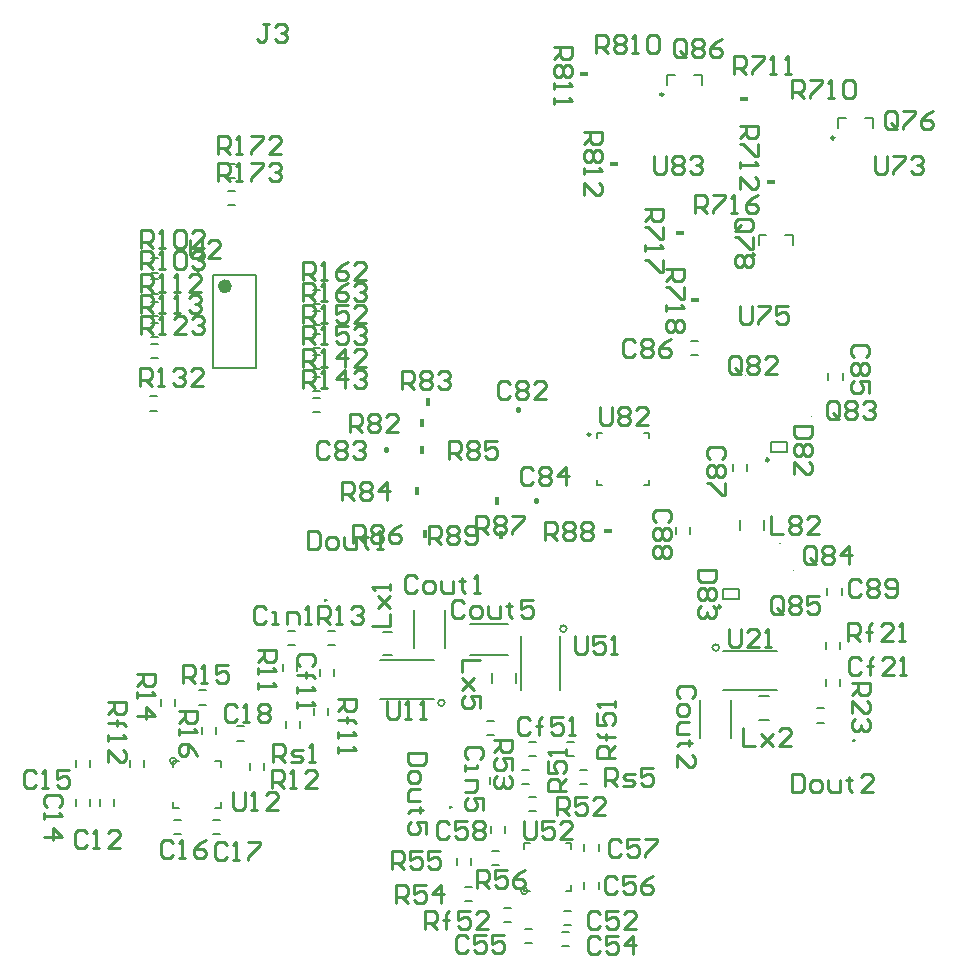
<source format=gbo>
%FSLAX44Y44*%
%MOMM*%
G71*
G01*
G75*
G04 Layer_Color=32896*
%ADD10R,1.2192X0.8128*%
%ADD11R,0.6500X0.2500*%
%ADD12R,0.1900X0.7500*%
%ADD13R,1.6500X4.4000*%
%ADD14R,0.8128X1.2192*%
%ADD15R,0.3048X0.8128*%
%ADD16R,0.8128X0.3048*%
%ADD17R,0.6500X0.8500*%
%ADD18R,0.9500X0.6500*%
%ADD19R,2.0066X0.8128*%
%ADD20R,0.3556X1.4224*%
%ADD21R,1.2192X2.0066*%
%ADD22R,2.0066X1.2192*%
%ADD23R,1.0160X1.1176*%
%ADD24O,1.0000X0.2500*%
%ADD25O,0.2500X1.0000*%
%ADD26R,2.4500X2.4500*%
%ADD27R,0.8000X0.9000*%
%ADD28R,2.1000X0.7000*%
%ADD29R,0.7112X0.9144*%
%ADD30R,0.8890X0.3048*%
%ADD31R,0.2000X0.9100*%
%ADD32R,0.4500X0.5000*%
%ADD33R,0.8300X0.6300*%
%ADD34R,1.1176X1.0160*%
%ADD35O,1.6500X0.3000*%
%ADD36R,1.3000X1.9000*%
%ADD37R,0.9144X0.7112*%
%ADD38O,2.1000X0.3000*%
%ADD39O,0.3000X2.1000*%
%ADD40R,1.4224X0.3556*%
%ADD41R,0.8500X0.6500*%
%ADD42R,0.6500X0.9500*%
%ADD43R,0.8128X2.0066*%
%ADD44C,0.5080*%
%ADD45C,0.2540*%
%ADD46C,0.0000*%
%ADD47R,1.9500X2.0000*%
%ADD48R,0.6500X0.8500*%
%ADD49R,2.0000X1.9500*%
%ADD50R,1.2700X1.2700*%
%ADD51C,1.2700*%
%ADD52C,1.0160*%
%ADD53R,2.7178X2.7178*%
%ADD54R,1.0668X1.0670*%
%ADD55C,1.0670*%
%ADD56R,1.0670X1.0670*%
%ADD57R,2.7178X2.7178*%
%ADD58C,4.2000*%
%ADD59C,0.5000*%
%ADD60C,1.1540*%
%ADD61R,1.0670X1.0670*%
%ADD62C,1.5240*%
%ADD63C,0.9652*%
%ADD64C,0.4540*%
%ADD65C,1.0160*%
%ADD66C,2.0320*%
%ADD67C,1.7780*%
%ADD68C,1.8290*%
%ADD69C,5.2160*%
%ADD70C,1.5160*%
%ADD71C,1.9160*%
G04:AMPARAMS|DCode=72|XSize=2.424mm|YSize=2.424mm|CornerRadius=0mm|HoleSize=0mm|Usage=FLASHONLY|Rotation=0.000|XOffset=0mm|YOffset=0mm|HoleType=Round|Shape=Relief|Width=0.254mm|Gap=0.254mm|Entries=4|*
%AMTHD72*
7,0,0,2.4240,1.9160,0.2540,45*
%
%ADD72THD72*%
G04:AMPARAMS|DCode=73|XSize=2.286mm|YSize=2.286mm|CornerRadius=0mm|HoleSize=0mm|Usage=FLASHONLY|Rotation=0.000|XOffset=0mm|YOffset=0mm|HoleType=Round|Shape=Relief|Width=0.254mm|Gap=0.254mm|Entries=4|*
%AMTHD73*
7,0,0,2.2860,1.7780,0.2540,45*
%
%ADD73THD73*%
%ADD74C,2.6160*%
%ADD75C,1.7272*%
%ADD76C,1.2160*%
G04:AMPARAMS|DCode=77|XSize=2.2352mm|YSize=2.2352mm|CornerRadius=0mm|HoleSize=0mm|Usage=FLASHONLY|Rotation=0.000|XOffset=0mm|YOffset=0mm|HoleType=Round|Shape=Relief|Width=0.254mm|Gap=0.254mm|Entries=4|*
%AMTHD77*
7,0,0,2.2352,1.7272,0.2540,45*
%
%ADD77THD77*%
G04:AMPARAMS|DCode=78|XSize=2.337mm|YSize=2.337mm|CornerRadius=0mm|HoleSize=0mm|Usage=FLASHONLY|Rotation=0.000|XOffset=0mm|YOffset=0mm|HoleType=Round|Shape=Relief|Width=0.254mm|Gap=0.254mm|Entries=4|*
%AMTHD78*
7,0,0,2.3370,1.8290,0.2540,45*
%
%ADD78THD78*%
%ADD79O,1.1000X0.8000*%
%ADD80R,1.1000X0.8000*%
%ADD81R,2.4000X1.2000*%
%ADD82R,1.7000X0.3500*%
%ADD83R,1.1176X1.1000*%
%ADD84R,1.1000X1.1000*%
%ADD85R,1.1176X1.1176*%
%ADD86R,1.1000X1.1176*%
%ADD87R,1.1000X1.1176*%
%ADD88R,1.1000X1.1000*%
%ADD89R,1.1176X1.1000*%
%ADD90R,1.1176X1.1000*%
%ADD91C,0.2500*%
%ADD92C,0.1270*%
%ADD93C,0.1000*%
%ADD94C,0.6000*%
%ADD95C,0.1524*%
%ADD96C,0.2000*%
%ADD97C,0.2032*%
%ADD98C,0.4064*%
%ADD99R,0.7620X0.4572*%
%ADD100R,0.4572X0.7620*%
%ADD101R,1.2192X1.2000*%
%ADD102R,1.2000X1.2000*%
%ADD103R,1.2192X1.2192*%
%ADD104R,1.2000X1.2192*%
%ADD105R,1.2000X1.2192*%
%ADD106R,1.2000X1.2000*%
%ADD107R,1.2192X1.2000*%
%ADD108R,1.2000X1.2000*%
%ADD109R,1.4224X1.0160*%
%ADD110R,0.8532X0.4532*%
%ADD111R,0.3932X0.9532*%
%ADD112R,1.8532X4.6032*%
%ADD113R,1.0160X1.4224*%
%ADD114R,0.5080X1.0160*%
%ADD115R,1.0160X0.5080*%
%ADD116R,0.8532X1.0532*%
%ADD117R,1.1532X0.8532*%
%ADD118R,2.2098X1.0160*%
%ADD119R,0.5588X1.6256*%
%ADD120R,1.4224X2.2098*%
%ADD121R,2.2098X1.4224*%
%ADD122R,1.2192X1.3208*%
%ADD123O,1.2032X0.4532*%
%ADD124O,0.4532X1.2032*%
%ADD125R,2.6532X2.6532*%
%ADD126R,1.0032X1.1032*%
%ADD127R,2.3032X0.9032*%
%ADD128R,0.9144X1.1176*%
%ADD129R,1.0922X0.5080*%
%ADD130R,0.4032X1.1132*%
%ADD131R,0.6532X0.7032*%
%ADD132R,1.0332X0.8332*%
%ADD133R,1.3208X1.2192*%
%ADD134O,1.8532X0.5032*%
%ADD135R,1.5032X2.1032*%
%ADD136R,1.1176X0.9144*%
%ADD137O,2.3032X0.5032*%
%ADD138O,0.5032X2.3032*%
%ADD139R,1.6256X0.5588*%
%ADD140R,1.0532X0.8532*%
%ADD141R,0.8532X1.1532*%
%ADD142R,1.0160X2.2098*%
%ADD143R,2.1532X2.2032*%
%ADD144R,2.2032X2.1532*%
%ADD145R,1.4732X1.4732*%
%ADD146C,1.4732*%
%ADD147C,1.2192*%
%ADD148R,2.9210X2.9210*%
%ADD149R,1.2700X1.2702*%
%ADD150C,1.2702*%
%ADD151R,1.2702X1.2702*%
%ADD152R,2.9210X2.9210*%
%ADD153C,4.4032*%
%ADD154C,0.7032*%
%ADD155C,1.3572*%
%ADD156R,1.2702X1.2702*%
%ADD157C,1.1684*%
%ADD158C,0.6572*%
%ADD159O,1.3032X1.0032*%
%ADD160R,1.3032X1.0032*%
%ADD161R,2.6032X1.4032*%
%ADD162R,1.9032X0.5532*%
D45*
X925690Y434220D02*
G03*
X925690Y434220I500J0D01*
G01*
X1267080Y490580D02*
G03*
X1267080Y490580I500J0D01*
G01*
X819800Y609240D02*
G03*
X819800Y609240I500J0D01*
G01*
X993137Y507996D02*
X990597Y510535D01*
X985519D01*
X982980Y507996D01*
Y497839D01*
X985519Y495300D01*
X990597D01*
X993137Y497839D01*
X1000754Y495300D02*
Y507996D01*
Y502918D01*
X998215D01*
X1003293D01*
X1000754D01*
Y507996D01*
X1003293Y510535D01*
X1021068D02*
X1010911D01*
Y502918D01*
X1015989Y505457D01*
X1018528D01*
X1021068Y502918D01*
Y497839D01*
X1018528Y495300D01*
X1013450D01*
X1010911Y497839D01*
X1026146Y495300D02*
X1031224D01*
X1028685D01*
Y510535D01*
X1026146Y507996D01*
X1197610Y680715D02*
Y665480D01*
X1207766D01*
X1212845Y678176D02*
X1215384Y680715D01*
X1220462D01*
X1223002Y678176D01*
Y675637D01*
X1220462Y673098D01*
X1223002Y670558D01*
Y668019D01*
X1220462Y665480D01*
X1215384D01*
X1212845Y668019D01*
Y670558D01*
X1215384Y673098D01*
X1212845Y675637D01*
Y678176D01*
X1215384Y673098D02*
X1220462D01*
X1238237Y665480D02*
X1228080D01*
X1238237Y675637D01*
Y678176D01*
X1235697Y680715D01*
X1230619D01*
X1228080Y678176D01*
X1108710Y890270D02*
X1123945D01*
Y882653D01*
X1121406Y880113D01*
X1116327D01*
X1113788Y882653D01*
Y890270D01*
Y885192D02*
X1108710Y880113D01*
X1123945Y875035D02*
Y864878D01*
X1121406D01*
X1111249Y875035D01*
X1108710D01*
Y859800D02*
Y854722D01*
Y857261D01*
X1123945D01*
X1121406Y859800D01*
Y847104D02*
X1123945Y844565D01*
Y839486D01*
X1121406Y836947D01*
X1118867D01*
X1116327Y839486D01*
X1113788Y836947D01*
X1111249D01*
X1108710Y839486D01*
Y844565D01*
X1111249Y847104D01*
X1113788D01*
X1116327Y844565D01*
X1118867Y847104D01*
X1121406D01*
X1116327Y844565D02*
Y839486D01*
X1090930Y941070D02*
X1106165D01*
Y933453D01*
X1103626Y930913D01*
X1098547D01*
X1096008Y933453D01*
Y941070D01*
Y935992D02*
X1090930Y930913D01*
X1106165Y925835D02*
Y915678D01*
X1103626D01*
X1093469Y925835D01*
X1090930D01*
Y910600D02*
Y905521D01*
Y908061D01*
X1106165D01*
X1103626Y910600D01*
X1106165Y897904D02*
Y887747D01*
X1103626D01*
X1093469Y897904D01*
X1090930D01*
X1132840Y937260D02*
Y952495D01*
X1140457D01*
X1142997Y949956D01*
Y944877D01*
X1140457Y942338D01*
X1132840D01*
X1137918D02*
X1142997Y937260D01*
X1148075Y952495D02*
X1158232D01*
Y949956D01*
X1148075Y939799D01*
Y937260D01*
X1163310D02*
X1168388D01*
X1165849D01*
Y952495D01*
X1163310Y949956D01*
X1186163Y952495D02*
X1181084Y949956D01*
X1176006Y944877D01*
Y939799D01*
X1178545Y937260D01*
X1183623D01*
X1186163Y939799D01*
Y942338D01*
X1183623Y944877D01*
X1176006D01*
X1170940Y858515D02*
Y845819D01*
X1173479Y843280D01*
X1178557D01*
X1181096Y845819D01*
Y858515D01*
X1186175D02*
X1196332D01*
Y855976D01*
X1186175Y845819D01*
Y843280D01*
X1211567Y858515D02*
X1201410D01*
Y850898D01*
X1206488Y853437D01*
X1209027D01*
X1211567Y850898D01*
Y845819D01*
X1209027Y843280D01*
X1203949D01*
X1201410Y845819D01*
X1169669Y922023D02*
X1179826D01*
X1182365Y924563D01*
Y929641D01*
X1179826Y932180D01*
X1169669D01*
X1167130Y929641D01*
Y924563D01*
X1172208Y927102D02*
X1167130Y922023D01*
Y924563D02*
X1169669Y922023D01*
X1182365Y916945D02*
Y906788D01*
X1179826D01*
X1169669Y916945D01*
X1167130D01*
X1179826Y901710D02*
X1182365Y899171D01*
Y894092D01*
X1179826Y891553D01*
X1177287D01*
X1174747Y894092D01*
X1172208Y891553D01*
X1169669D01*
X1167130Y894092D01*
Y899171D01*
X1169669Y901710D01*
X1172208D01*
X1174747Y899171D01*
X1177287Y901710D01*
X1179826D01*
X1174747Y899171D02*
Y894092D01*
X772664Y1097021D02*
X767586D01*
X770125D01*
Y1084325D01*
X767586Y1081786D01*
X765047D01*
X762508Y1084325D01*
X777743Y1094482D02*
X780282Y1097021D01*
X785360D01*
X787900Y1094482D01*
Y1091943D01*
X785360Y1089404D01*
X782821D01*
X785360D01*
X787900Y1086864D01*
Y1084325D01*
X785360Y1081786D01*
X780282D01*
X777743Y1084325D01*
X618487Y412746D02*
X615947Y415285D01*
X610869D01*
X608330Y412746D01*
Y402589D01*
X610869Y400050D01*
X615947D01*
X618487Y402589D01*
X623565Y400050D02*
X628643D01*
X626104D01*
Y415285D01*
X623565Y412746D01*
X646417Y400050D02*
X636261D01*
X646417Y410207D01*
Y412746D01*
X643878Y415285D01*
X638800D01*
X636261Y412746D01*
X594356Y434343D02*
X596895Y436883D01*
Y441961D01*
X594356Y444500D01*
X584199D01*
X581660Y441961D01*
Y436883D01*
X584199Y434343D01*
X581660Y429265D02*
Y424187D01*
Y426726D01*
X596895D01*
X594356Y429265D01*
X581660Y408951D02*
X596895D01*
X589277Y416569D01*
Y406412D01*
X575307Y463546D02*
X572767Y466085D01*
X567689D01*
X565150Y463546D01*
Y453389D01*
X567689Y450850D01*
X572767D01*
X575307Y453389D01*
X580385Y450850D02*
X585463D01*
X582924D01*
Y466085D01*
X580385Y463546D01*
X603237Y466085D02*
X593081D01*
Y458467D01*
X598159Y461007D01*
X600698D01*
X603237Y458467D01*
Y453389D01*
X600698Y450850D01*
X595620D01*
X593081Y453389D01*
X690876Y403856D02*
X688337Y406395D01*
X683259D01*
X680720Y403856D01*
Y393699D01*
X683259Y391160D01*
X688337D01*
X690876Y393699D01*
X695955Y391160D02*
X701033D01*
X698494D01*
Y406395D01*
X695955Y403856D01*
X718808Y406395D02*
X713729Y403856D01*
X708651Y398778D01*
Y393699D01*
X711190Y391160D01*
X716268D01*
X718808Y393699D01*
Y396238D01*
X716268Y398778D01*
X708651D01*
X736597Y402586D02*
X734057Y405125D01*
X728979D01*
X726440Y402586D01*
Y392429D01*
X728979Y389890D01*
X734057D01*
X736597Y392429D01*
X741675Y389890D02*
X746753D01*
X744214D01*
Y405125D01*
X741675Y402586D01*
X754371Y405125D02*
X764528D01*
Y402586D01*
X754371Y392429D01*
Y389890D01*
X745487Y519426D02*
X742947Y521965D01*
X737869D01*
X735330Y519426D01*
Y509269D01*
X737869Y506730D01*
X742947D01*
X745487Y509269D01*
X750565Y506730D02*
X755643D01*
X753104D01*
Y521965D01*
X750565Y519426D01*
X763261D02*
X765800Y521965D01*
X770878D01*
X773418Y519426D01*
Y516887D01*
X770878Y514347D01*
X773418Y511808D01*
Y509269D01*
X770878Y506730D01*
X765800D01*
X763261Y509269D01*
Y511808D01*
X765800Y514347D01*
X763261Y516887D01*
Y519426D01*
X765800Y514347D02*
X770878D01*
X1052827Y344166D02*
X1050287Y346705D01*
X1045209D01*
X1042670Y344166D01*
Y334009D01*
X1045209Y331470D01*
X1050287D01*
X1052827Y334009D01*
X1068062Y346705D02*
X1057905D01*
Y339087D01*
X1062983Y341627D01*
X1065522D01*
X1068062Y339087D01*
Y334009D01*
X1065522Y331470D01*
X1060444D01*
X1057905Y334009D01*
X1083297Y331470D02*
X1073140D01*
X1083297Y341627D01*
Y344166D01*
X1080758Y346705D01*
X1075679D01*
X1073140Y344166D01*
X1052827Y322576D02*
X1050287Y325115D01*
X1045209D01*
X1042670Y322576D01*
Y312419D01*
X1045209Y309880D01*
X1050287D01*
X1052827Y312419D01*
X1068062Y325115D02*
X1057905D01*
Y317498D01*
X1062983Y320037D01*
X1065522D01*
X1068062Y317498D01*
Y312419D01*
X1065522Y309880D01*
X1060444D01*
X1057905Y312419D01*
X1080758Y309880D02*
Y325115D01*
X1073140Y317498D01*
X1083297D01*
X941067Y323846D02*
X938527Y326385D01*
X933449D01*
X930910Y323846D01*
Y313689D01*
X933449Y311150D01*
X938527D01*
X941067Y313689D01*
X956302Y326385D02*
X946145D01*
Y318768D01*
X951223Y321307D01*
X953762D01*
X956302Y318768D01*
Y313689D01*
X953762Y311150D01*
X948684D01*
X946145Y313689D01*
X971537Y326385D02*
X961380D01*
Y318768D01*
X966458Y321307D01*
X968997D01*
X971537Y318768D01*
Y313689D01*
X968997Y311150D01*
X963919D01*
X961380Y313689D01*
X1066796Y373376D02*
X1064257Y375915D01*
X1059179D01*
X1056640Y373376D01*
Y363219D01*
X1059179Y360680D01*
X1064257D01*
X1066796Y363219D01*
X1082032Y375915D02*
X1071875D01*
Y368298D01*
X1076953Y370837D01*
X1079492D01*
X1082032Y368298D01*
Y363219D01*
X1079492Y360680D01*
X1074414D01*
X1071875Y363219D01*
X1097267Y375915D02*
X1092188Y373376D01*
X1087110Y368298D01*
Y363219D01*
X1089649Y360680D01*
X1094727D01*
X1097267Y363219D01*
Y365758D01*
X1094727Y368298D01*
X1087110D01*
X1070607Y405126D02*
X1068067Y407665D01*
X1062989D01*
X1060450Y405126D01*
Y394969D01*
X1062989Y392430D01*
X1068067D01*
X1070607Y394969D01*
X1085842Y407665D02*
X1075685D01*
Y400047D01*
X1080763Y402587D01*
X1083302D01*
X1085842Y400047D01*
Y394969D01*
X1083302Y392430D01*
X1078224D01*
X1075685Y394969D01*
X1090920Y407665D02*
X1101077D01*
Y405126D01*
X1090920Y394969D01*
Y392430D01*
X924557Y420366D02*
X922017Y422905D01*
X916939D01*
X914400Y420366D01*
Y410209D01*
X916939Y407670D01*
X922017D01*
X924557Y410209D01*
X939792Y422905D02*
X929635D01*
Y415288D01*
X934713Y417827D01*
X937252D01*
X939792Y415288D01*
Y410209D01*
X937252Y407670D01*
X932174D01*
X929635Y410209D01*
X944870Y420366D02*
X947409Y422905D01*
X952487D01*
X955027Y420366D01*
Y417827D01*
X952487Y415288D01*
X955027Y412748D01*
Y410209D01*
X952487Y407670D01*
X947409D01*
X944870Y410209D01*
Y412748D01*
X947409Y415288D01*
X944870Y417827D01*
Y420366D01*
X947409Y415288D02*
X952487D01*
X976627Y792476D02*
X974087Y795015D01*
X969009D01*
X966470Y792476D01*
Y782319D01*
X969009Y779780D01*
X974087D01*
X976627Y782319D01*
X981705Y792476D02*
X984244Y795015D01*
X989322D01*
X991862Y792476D01*
Y789937D01*
X989322Y787398D01*
X991862Y784858D01*
Y782319D01*
X989322Y779780D01*
X984244D01*
X981705Y782319D01*
Y784858D01*
X984244Y787398D01*
X981705Y789937D01*
Y792476D01*
X984244Y787398D02*
X989322D01*
X1007097Y779780D02*
X996940D01*
X1007097Y789937D01*
Y792476D01*
X1004557Y795015D01*
X999479D01*
X996940Y792476D01*
X822916Y741986D02*
X820377Y744525D01*
X815299D01*
X812760Y741986D01*
Y731829D01*
X815299Y729290D01*
X820377D01*
X822916Y731829D01*
X827995Y741986D02*
X830534Y744525D01*
X835612D01*
X838152Y741986D01*
Y739447D01*
X835612Y736908D01*
X838152Y734368D01*
Y731829D01*
X835612Y729290D01*
X830534D01*
X827995Y731829D01*
Y734368D01*
X830534Y736908D01*
X827995Y739447D01*
Y741986D01*
X830534Y736908D02*
X835612D01*
X843230Y741986D02*
X845769Y744525D01*
X850847D01*
X853387Y741986D01*
Y739447D01*
X850847Y736908D01*
X848308D01*
X850847D01*
X853387Y734368D01*
Y731829D01*
X850847Y729290D01*
X845769D01*
X843230Y731829D01*
X995892Y719634D02*
X993353Y722173D01*
X988275D01*
X985736Y719634D01*
Y709477D01*
X988275Y706938D01*
X993353D01*
X995892Y709477D01*
X1000971Y719634D02*
X1003510Y722173D01*
X1008588D01*
X1011127Y719634D01*
Y717095D01*
X1008588Y714556D01*
X1011127Y712016D01*
Y709477D01*
X1008588Y706938D01*
X1003510D01*
X1000971Y709477D01*
Y712016D01*
X1003510Y714556D01*
X1000971Y717095D01*
Y719634D01*
X1003510Y714556D02*
X1008588D01*
X1023823Y706938D02*
Y722173D01*
X1016206Y714556D01*
X1026363D01*
X1277616Y815343D02*
X1280155Y817883D01*
Y822961D01*
X1277616Y825500D01*
X1267459D01*
X1264920Y822961D01*
Y817883D01*
X1267459Y815343D01*
X1277616Y810265D02*
X1280155Y807726D01*
Y802647D01*
X1277616Y800108D01*
X1275077D01*
X1272537Y802647D01*
X1269998Y800108D01*
X1267459D01*
X1264920Y802647D01*
Y807726D01*
X1267459Y810265D01*
X1269998D01*
X1272537Y807726D01*
X1275077Y810265D01*
X1277616D01*
X1272537Y807726D02*
Y802647D01*
X1280155Y784873D02*
Y795030D01*
X1272537D01*
X1275077Y789951D01*
Y787412D01*
X1272537Y784873D01*
X1267459D01*
X1264920Y787412D01*
Y792491D01*
X1267459Y795030D01*
X1082037Y828036D02*
X1079497Y830575D01*
X1074419D01*
X1071880Y828036D01*
Y817879D01*
X1074419Y815340D01*
X1079497D01*
X1082037Y817879D01*
X1087115Y828036D02*
X1089654Y830575D01*
X1094732D01*
X1097272Y828036D01*
Y825497D01*
X1094732Y822958D01*
X1097272Y820418D01*
Y817879D01*
X1094732Y815340D01*
X1089654D01*
X1087115Y817879D01*
Y820418D01*
X1089654Y822958D01*
X1087115Y825497D01*
Y828036D01*
X1089654Y822958D02*
X1094732D01*
X1112507Y830575D02*
X1107428Y828036D01*
X1102350Y822958D01*
Y817879D01*
X1104889Y815340D01*
X1109967D01*
X1112507Y817879D01*
Y820418D01*
X1109967Y822958D01*
X1102350D01*
X1155696Y728983D02*
X1158235Y731523D01*
Y736601D01*
X1155696Y739140D01*
X1145539D01*
X1143000Y736601D01*
Y731523D01*
X1145539Y728983D01*
X1155696Y723905D02*
X1158235Y721366D01*
Y716287D01*
X1155696Y713748D01*
X1153157D01*
X1150617Y716287D01*
X1148078Y713748D01*
X1145539D01*
X1143000Y716287D01*
Y721366D01*
X1145539Y723905D01*
X1148078D01*
X1150617Y721366D01*
X1153157Y723905D01*
X1155696D01*
X1150617Y721366D02*
Y716287D01*
X1158235Y708670D02*
Y698513D01*
X1155696D01*
X1145539Y708670D01*
X1143000D01*
X1109976Y675643D02*
X1112515Y678183D01*
Y683261D01*
X1109976Y685800D01*
X1099819D01*
X1097280Y683261D01*
Y678183D01*
X1099819Y675643D01*
X1109976Y670565D02*
X1112515Y668026D01*
Y662947D01*
X1109976Y660408D01*
X1107437D01*
X1104897Y662947D01*
X1102358Y660408D01*
X1099819D01*
X1097280Y662947D01*
Y668026D01*
X1099819Y670565D01*
X1102358D01*
X1104897Y668026D01*
X1107437Y670565D01*
X1109976D01*
X1104897Y668026D02*
Y662947D01*
X1109976Y655330D02*
X1112515Y652791D01*
Y647712D01*
X1109976Y645173D01*
X1107437D01*
X1104897Y647712D01*
X1102358Y645173D01*
X1099819D01*
X1097280Y647712D01*
Y652791D01*
X1099819Y655330D01*
X1102358D01*
X1104897Y652791D01*
X1107437Y655330D01*
X1109976D01*
X1104897Y652791D02*
Y647712D01*
X1273807Y624836D02*
X1271267Y627375D01*
X1266189D01*
X1263650Y624836D01*
Y614679D01*
X1266189Y612140D01*
X1271267D01*
X1273807Y614679D01*
X1278885Y624836D02*
X1281424Y627375D01*
X1286502D01*
X1289042Y624836D01*
Y622297D01*
X1286502Y619757D01*
X1289042Y617218D01*
Y614679D01*
X1286502Y612140D01*
X1281424D01*
X1278885Y614679D01*
Y617218D01*
X1281424Y619757D01*
X1278885Y622297D01*
Y624836D01*
X1281424Y619757D02*
X1286502D01*
X1294120Y614679D02*
X1296659Y612140D01*
X1301738D01*
X1304277Y614679D01*
Y624836D01*
X1301738Y627375D01*
X1296659D01*
X1294120Y624836D01*
Y622297D01*
X1296659Y619757D01*
X1304277D01*
X808986Y553723D02*
X811525Y556263D01*
Y561341D01*
X808986Y563880D01*
X798829D01*
X796290Y561341D01*
Y556263D01*
X798829Y553723D01*
X796290Y546106D02*
X808986D01*
X803907D01*
Y548645D01*
Y543567D01*
Y546106D01*
X808986D01*
X811525Y543567D01*
X796290Y535949D02*
Y530871D01*
Y533410D01*
X811525D01*
X808986Y535949D01*
X796290Y523253D02*
Y518175D01*
Y520714D01*
X811525D01*
X808986Y523253D01*
X1273807Y558796D02*
X1271267Y561335D01*
X1266189D01*
X1263650Y558796D01*
Y548639D01*
X1266189Y546100D01*
X1271267D01*
X1273807Y548639D01*
X1281424Y546100D02*
Y558796D01*
Y553717D01*
X1278885D01*
X1283963D01*
X1281424D01*
Y558796D01*
X1283963Y561335D01*
X1301738Y546100D02*
X1291581D01*
X1301738Y556257D01*
Y558796D01*
X1299198Y561335D01*
X1294120D01*
X1291581Y558796D01*
X1306816Y546100D02*
X1311894D01*
X1309355D01*
Y561335D01*
X1306816Y558796D01*
X769616Y601976D02*
X767077Y604515D01*
X761999D01*
X759460Y601976D01*
Y591819D01*
X761999Y589280D01*
X767077D01*
X769616Y591819D01*
X774695Y589280D02*
X779773D01*
X777234D01*
Y599437D01*
X774695D01*
X787391Y589280D02*
Y599437D01*
X795008D01*
X797548Y596898D01*
Y589280D01*
X802626D02*
X807704D01*
X805165D01*
Y604515D01*
X802626Y601976D01*
X951226Y474983D02*
X953765Y477523D01*
Y482601D01*
X951226Y485140D01*
X941069D01*
X938530Y482601D01*
Y477523D01*
X941069Y474983D01*
X938530Y469905D02*
Y464827D01*
Y467366D01*
X948687D01*
Y469905D01*
X938530Y457209D02*
X948687D01*
Y449591D01*
X946147Y447052D01*
X938530D01*
X953765Y431817D02*
Y441974D01*
X946147D01*
X948687Y436896D01*
Y434356D01*
X946147Y431817D01*
X941069D01*
X938530Y434356D01*
Y439435D01*
X941069Y441974D01*
X897887Y628646D02*
X895347Y631185D01*
X890269D01*
X887730Y628646D01*
Y618489D01*
X890269Y615950D01*
X895347D01*
X897887Y618489D01*
X905504Y615950D02*
X910582D01*
X913122Y618489D01*
Y623568D01*
X910582Y626107D01*
X905504D01*
X902965Y623568D01*
Y618489D01*
X905504Y615950D01*
X918200Y626107D02*
Y618489D01*
X920739Y615950D01*
X928357D01*
Y626107D01*
X935974Y628646D02*
Y626107D01*
X933435D01*
X938513D01*
X935974D01*
Y618489D01*
X938513Y615950D01*
X946131D02*
X951209D01*
X948670D01*
Y631185D01*
X946131Y628646D01*
X1130296Y527053D02*
X1132835Y529593D01*
Y534671D01*
X1130296Y537210D01*
X1120139D01*
X1117600Y534671D01*
Y529593D01*
X1120139Y527053D01*
X1117600Y519436D02*
Y514357D01*
X1120139Y511818D01*
X1125217D01*
X1127757Y514357D01*
Y519436D01*
X1125217Y521975D01*
X1120139D01*
X1117600Y519436D01*
X1127757Y506740D02*
X1120139D01*
X1117600Y504201D01*
Y496583D01*
X1127757D01*
X1130296Y488966D02*
X1127757D01*
Y491505D01*
Y486426D01*
Y488966D01*
X1120139D01*
X1117600Y486426D01*
Y468652D02*
Y478809D01*
X1127757Y468652D01*
X1130296D01*
X1132835Y471191D01*
Y476270D01*
X1130296Y478809D01*
X937256Y607056D02*
X934717Y609595D01*
X929639D01*
X927100Y607056D01*
Y596899D01*
X929639Y594360D01*
X934717D01*
X937256Y596899D01*
X944874Y594360D02*
X949952D01*
X952492Y596899D01*
Y601978D01*
X949952Y604517D01*
X944874D01*
X942335Y601978D01*
Y596899D01*
X944874Y594360D01*
X957570Y604517D02*
Y596899D01*
X960109Y594360D01*
X967727D01*
Y604517D01*
X975344Y607056D02*
Y604517D01*
X972805D01*
X977883D01*
X975344D01*
Y596899D01*
X977883Y594360D01*
X995658Y609595D02*
X985501D01*
Y601978D01*
X990579Y604517D01*
X993118D01*
X995658Y601978D01*
Y596899D01*
X993118Y594360D01*
X988040D01*
X985501Y596899D01*
X1231895Y756920D02*
X1216660D01*
Y749303D01*
X1219199Y746763D01*
X1229356D01*
X1231895Y749303D01*
Y756920D01*
X1229356Y741685D02*
X1231895Y739146D01*
Y734067D01*
X1229356Y731528D01*
X1226816D01*
X1224277Y734067D01*
X1221738Y731528D01*
X1219199D01*
X1216660Y734067D01*
Y739146D01*
X1219199Y741685D01*
X1221738D01*
X1224277Y739146D01*
X1226816Y741685D01*
X1229356D01*
X1224277Y739146D02*
Y734067D01*
X1216660Y716293D02*
Y726450D01*
X1226816Y716293D01*
X1229356D01*
X1231895Y718832D01*
Y723911D01*
X1229356Y726450D01*
X1150615Y635000D02*
X1135380D01*
Y627383D01*
X1137919Y624843D01*
X1148076D01*
X1150615Y627383D01*
Y635000D01*
X1148076Y619765D02*
X1150615Y617226D01*
Y612147D01*
X1148076Y609608D01*
X1145536D01*
X1142997Y612147D01*
X1140458Y609608D01*
X1137919D01*
X1135380Y612147D01*
Y617226D01*
X1137919Y619765D01*
X1140458D01*
X1142997Y617226D01*
X1145536Y619765D01*
X1148076D01*
X1142997Y617226D02*
Y612147D01*
X1148076Y604530D02*
X1150615Y601991D01*
Y596912D01*
X1148076Y594373D01*
X1145536D01*
X1142997Y596912D01*
Y599451D01*
Y596912D01*
X1140458Y594373D01*
X1137919D01*
X1135380Y596912D01*
Y601991D01*
X1137919Y604530D01*
X805180Y668015D02*
Y652780D01*
X812797D01*
X815337Y655319D01*
Y665476D01*
X812797Y668015D01*
X805180D01*
X822954Y652780D02*
X828032D01*
X830572Y655319D01*
Y660397D01*
X828032Y662937D01*
X822954D01*
X820415Y660397D01*
Y655319D01*
X822954Y652780D01*
X835650Y662937D02*
Y655319D01*
X838189Y652780D01*
X845807D01*
Y662937D01*
X853424Y665476D02*
Y662937D01*
X850885D01*
X855963D01*
X853424D01*
Y655319D01*
X855963Y652780D01*
X863581D02*
X868659D01*
X866120D01*
Y668015D01*
X863581Y665476D01*
X1215390Y462275D02*
Y447040D01*
X1223007D01*
X1225546Y449579D01*
Y459736D01*
X1223007Y462275D01*
X1215390D01*
X1233164Y447040D02*
X1238242D01*
X1240782Y449579D01*
Y454658D01*
X1238242Y457197D01*
X1233164D01*
X1230625Y454658D01*
Y449579D01*
X1233164Y447040D01*
X1245860Y457197D02*
Y449579D01*
X1248399Y447040D01*
X1256017D01*
Y457197D01*
X1263634Y459736D02*
Y457197D01*
X1261095D01*
X1266173D01*
X1263634D01*
Y449579D01*
X1266173Y447040D01*
X1283948D02*
X1273791D01*
X1283948Y457197D01*
Y459736D01*
X1281408Y462275D01*
X1276330D01*
X1273791Y459736D01*
X905505Y480060D02*
X890270D01*
Y472443D01*
X892809Y469903D01*
X902966D01*
X905505Y472443D01*
Y480060D01*
X890270Y462286D02*
Y457207D01*
X892809Y454668D01*
X897887D01*
X900426Y457207D01*
Y462286D01*
X897887Y464825D01*
X892809D01*
X890270Y462286D01*
X900426Y449590D02*
X892809D01*
X890270Y447051D01*
Y439433D01*
X900426D01*
X902966Y431816D02*
X900426D01*
Y434355D01*
Y429276D01*
Y431816D01*
X892809D01*
X890270Y429276D01*
X905505Y411502D02*
Y421659D01*
X897887D01*
X900426Y416581D01*
Y414041D01*
X897887Y411502D01*
X892809D01*
X890270Y414041D01*
Y419120D01*
X892809Y421659D01*
X859795Y588010D02*
X875030D01*
Y598167D01*
X864873Y603245D02*
X875030Y613402D01*
X869951Y608323D01*
X864873Y613402D01*
X875030Y603245D01*
Y618480D02*
Y623559D01*
Y621019D01*
X859795D01*
X862334Y618480D01*
X1173480Y501645D02*
Y486410D01*
X1183636D01*
X1188715Y496567D02*
X1198872Y486410D01*
X1193793Y491488D01*
X1198872Y496567D01*
X1188715Y486410D01*
X1214107D02*
X1203950D01*
X1214107Y496567D01*
Y499106D01*
X1211568Y501645D01*
X1206489D01*
X1203950Y499106D01*
X951225Y558800D02*
X935990D01*
Y548643D01*
X946146Y543565D02*
X935990Y533408D01*
X941068Y538487D01*
X946146Y533408D01*
X935990Y543565D01*
X951225Y518173D02*
Y528330D01*
X943607D01*
X946146Y523251D01*
Y520712D01*
X943607Y518173D01*
X938529D01*
X935990Y520712D01*
Y525791D01*
X938529Y528330D01*
X1172206Y803909D02*
Y814066D01*
X1169667Y816605D01*
X1164589D01*
X1162050Y814066D01*
Y803909D01*
X1164589Y801370D01*
X1169667D01*
X1167128Y806448D02*
X1172206Y801370D01*
X1169667D02*
X1172206Y803909D01*
X1177285Y814066D02*
X1179824Y816605D01*
X1184902D01*
X1187442Y814066D01*
Y811527D01*
X1184902Y808988D01*
X1187442Y806448D01*
Y803909D01*
X1184902Y801370D01*
X1179824D01*
X1177285Y803909D01*
Y806448D01*
X1179824Y808988D01*
X1177285Y811527D01*
Y814066D01*
X1179824Y808988D02*
X1184902D01*
X1202677Y801370D02*
X1192520D01*
X1202677Y811527D01*
Y814066D01*
X1200137Y816605D01*
X1195059D01*
X1192520Y814066D01*
X1254756Y765809D02*
Y775966D01*
X1252217Y778505D01*
X1247139D01*
X1244600Y775966D01*
Y765809D01*
X1247139Y763270D01*
X1252217D01*
X1249678Y768348D02*
X1254756Y763270D01*
X1252217D02*
X1254756Y765809D01*
X1259835Y775966D02*
X1262374Y778505D01*
X1267452D01*
X1269992Y775966D01*
Y773427D01*
X1267452Y770888D01*
X1269992Y768348D01*
Y765809D01*
X1267452Y763270D01*
X1262374D01*
X1259835Y765809D01*
Y768348D01*
X1262374Y770888D01*
X1259835Y773427D01*
Y775966D01*
X1262374Y770888D02*
X1267452D01*
X1275070Y775966D02*
X1277609Y778505D01*
X1282688D01*
X1285227Y775966D01*
Y773427D01*
X1282688Y770888D01*
X1280148D01*
X1282688D01*
X1285227Y768348D01*
Y765809D01*
X1282688Y763270D01*
X1277609D01*
X1275070Y765809D01*
X1235706Y642619D02*
Y652776D01*
X1233167Y655315D01*
X1228089D01*
X1225550Y652776D01*
Y642619D01*
X1228089Y640080D01*
X1233167D01*
X1230628Y645158D02*
X1235706Y640080D01*
X1233167D02*
X1235706Y642619D01*
X1240785Y652776D02*
X1243324Y655315D01*
X1248402D01*
X1250942Y652776D01*
Y650237D01*
X1248402Y647698D01*
X1250942Y645158D01*
Y642619D01*
X1248402Y640080D01*
X1243324D01*
X1240785Y642619D01*
Y645158D01*
X1243324Y647698D01*
X1240785Y650237D01*
Y652776D01*
X1243324Y647698D02*
X1248402D01*
X1263637Y640080D02*
Y655315D01*
X1256020Y647698D01*
X1266177D01*
X1207766Y600709D02*
Y610866D01*
X1205227Y613405D01*
X1200149D01*
X1197610Y610866D01*
Y600709D01*
X1200149Y598170D01*
X1205227D01*
X1202688Y603248D02*
X1207766Y598170D01*
X1205227D02*
X1207766Y600709D01*
X1212845Y610866D02*
X1215384Y613405D01*
X1220462D01*
X1223002Y610866D01*
Y608327D01*
X1220462Y605788D01*
X1223002Y603248D01*
Y600709D01*
X1220462Y598170D01*
X1215384D01*
X1212845Y600709D01*
Y603248D01*
X1215384Y605788D01*
X1212845Y608327D01*
Y610866D01*
X1215384Y605788D02*
X1220462D01*
X1238237Y613405D02*
X1228080D01*
Y605788D01*
X1233158Y608327D01*
X1235697D01*
X1238237Y605788D01*
Y600709D01*
X1235697Y598170D01*
X1230619D01*
X1228080Y600709D01*
X1125217Y1071879D02*
Y1082036D01*
X1122677Y1084575D01*
X1117599D01*
X1115060Y1082036D01*
Y1071879D01*
X1117599Y1069340D01*
X1122677D01*
X1120138Y1074418D02*
X1125217Y1069340D01*
X1122677D02*
X1125217Y1071879D01*
X1130295Y1082036D02*
X1132834Y1084575D01*
X1137912D01*
X1140452Y1082036D01*
Y1079497D01*
X1137912Y1076957D01*
X1140452Y1074418D01*
Y1071879D01*
X1137912Y1069340D01*
X1132834D01*
X1130295Y1071879D01*
Y1074418D01*
X1132834Y1076957D01*
X1130295Y1079497D01*
Y1082036D01*
X1132834Y1076957D02*
X1137912D01*
X1155687Y1084575D02*
X1150608Y1082036D01*
X1145530Y1076957D01*
Y1071879D01*
X1148069Y1069340D01*
X1153148D01*
X1155687Y1071879D01*
Y1074418D01*
X1153148Y1076957D01*
X1145530D01*
X763270Y567690D02*
X778505D01*
Y560073D01*
X775966Y557533D01*
X770887D01*
X768348Y560073D01*
Y567690D01*
Y562612D02*
X763270Y557533D01*
Y552455D02*
Y547377D01*
Y549916D01*
X778505D01*
X775966Y552455D01*
X763270Y539759D02*
Y534681D01*
Y537220D01*
X778505D01*
X775966Y539759D01*
X774700Y450850D02*
Y466085D01*
X782317D01*
X784856Y463546D01*
Y458467D01*
X782317Y455928D01*
X774700D01*
X779778D02*
X784856Y450850D01*
X789935D02*
X795013D01*
X792474D01*
Y466085D01*
X789935Y463546D01*
X812787Y450850D02*
X802631D01*
X812787Y461007D01*
Y463546D01*
X810248Y466085D01*
X805170D01*
X802631Y463546D01*
X814070Y589280D02*
Y604515D01*
X821687D01*
X824227Y601976D01*
Y596898D01*
X821687Y594358D01*
X814070D01*
X819148D02*
X824227Y589280D01*
X829305D02*
X834383D01*
X831844D01*
Y604515D01*
X829305Y601976D01*
X842001D02*
X844540Y604515D01*
X849618D01*
X852158Y601976D01*
Y599437D01*
X849618Y596898D01*
X847079D01*
X849618D01*
X852158Y594358D01*
Y591819D01*
X849618Y589280D01*
X844540D01*
X842001Y591819D01*
X660400Y547370D02*
X675635D01*
Y539753D01*
X673096Y537213D01*
X668017D01*
X665478Y539753D01*
Y547370D01*
Y542292D02*
X660400Y537213D01*
Y532135D02*
Y527057D01*
Y529596D01*
X675635D01*
X673096Y532135D01*
X660400Y511822D02*
X675635D01*
X668017Y519439D01*
Y509282D01*
X699770Y539750D02*
Y554985D01*
X707387D01*
X709927Y552446D01*
Y547368D01*
X707387Y544828D01*
X699770D01*
X704848D02*
X709927Y539750D01*
X715005D02*
X720083D01*
X717544D01*
Y554985D01*
X715005Y552446D01*
X737858Y554985D02*
X727701D01*
Y547368D01*
X732779Y549907D01*
X735318D01*
X737858Y547368D01*
Y542289D01*
X735318Y539750D01*
X730240D01*
X727701Y542289D01*
X695960Y515620D02*
X711195D01*
Y508003D01*
X708656Y505463D01*
X703577D01*
X701038Y508003D01*
Y515620D01*
Y510542D02*
X695960Y505463D01*
Y500385D02*
Y495307D01*
Y497846D01*
X711195D01*
X708656Y500385D01*
X711195Y477532D02*
X708656Y482611D01*
X703577Y487689D01*
X698499D01*
X695960Y485150D01*
Y480071D01*
X698499Y477532D01*
X701038D01*
X703577Y480071D01*
Y487689D01*
X1266190Y539750D02*
X1281425D01*
Y532132D01*
X1278886Y529593D01*
X1273807D01*
X1271268Y532132D01*
Y539750D01*
Y534672D02*
X1266190Y529593D01*
Y514358D02*
Y524515D01*
X1276347Y514358D01*
X1278886D01*
X1281425Y516897D01*
Y521976D01*
X1278886Y524515D01*
Y509280D02*
X1281425Y506741D01*
Y501662D01*
X1278886Y499123D01*
X1276347D01*
X1273807Y501662D01*
Y504202D01*
Y501662D01*
X1271268Y499123D01*
X1268729D01*
X1266190Y501662D01*
Y506741D01*
X1268729Y509280D01*
X1023620Y448310D02*
X1008385D01*
Y455928D01*
X1010924Y458467D01*
X1016002D01*
X1018541Y455928D01*
Y448310D01*
Y453388D02*
X1023620Y458467D01*
X1008385Y473702D02*
Y463545D01*
X1016002D01*
X1013463Y468623D01*
Y471163D01*
X1016002Y473702D01*
X1021081D01*
X1023620Y471163D01*
Y466084D01*
X1021081Y463545D01*
X1023620Y478780D02*
Y483858D01*
Y481319D01*
X1008385D01*
X1010924Y478780D01*
X1016000Y427990D02*
Y443225D01*
X1023617D01*
X1026156Y440686D01*
Y435607D01*
X1023617Y433068D01*
X1016000D01*
X1021078D02*
X1026156Y427990D01*
X1041392Y443225D02*
X1031235D01*
Y435607D01*
X1036313Y438147D01*
X1038852D01*
X1041392Y435607D01*
Y430529D01*
X1038852Y427990D01*
X1033774D01*
X1031235Y430529D01*
X1056627Y427990D02*
X1046470D01*
X1056627Y438147D01*
Y440686D01*
X1054088Y443225D01*
X1049009D01*
X1046470Y440686D01*
X962660Y491490D02*
X977895D01*
Y483872D01*
X975356Y481333D01*
X970277D01*
X967738Y483872D01*
Y491490D01*
Y486412D02*
X962660Y481333D01*
X977895Y466098D02*
Y476255D01*
X970277D01*
X972816Y471177D01*
Y468637D01*
X970277Y466098D01*
X965199D01*
X962660Y468637D01*
Y473716D01*
X965199Y476255D01*
X975356Y461020D02*
X977895Y458481D01*
Y453402D01*
X975356Y450863D01*
X972816D01*
X970277Y453402D01*
Y455942D01*
Y453402D01*
X967738Y450863D01*
X965199D01*
X962660Y453402D01*
Y458481D01*
X965199Y461020D01*
X880110Y353060D02*
Y368295D01*
X887727D01*
X890266Y365756D01*
Y360677D01*
X887727Y358138D01*
X880110D01*
X885188D02*
X890266Y353060D01*
X905502Y368295D02*
X895345D01*
Y360677D01*
X900423Y363217D01*
X902962D01*
X905502Y360677D01*
Y355599D01*
X902962Y353060D01*
X897884D01*
X895345Y355599D01*
X918197Y353060D02*
Y368295D01*
X910580Y360677D01*
X920737D01*
X876300Y382270D02*
Y397505D01*
X883917D01*
X886457Y394966D01*
Y389888D01*
X883917Y387348D01*
X876300D01*
X881378D02*
X886457Y382270D01*
X901692Y397505D02*
X891535D01*
Y389888D01*
X896613Y392427D01*
X899152D01*
X901692Y389888D01*
Y384809D01*
X899152Y382270D01*
X894074D01*
X891535Y384809D01*
X916927Y397505D02*
X906770D01*
Y389888D01*
X911848Y392427D01*
X914388D01*
X916927Y389888D01*
Y384809D01*
X914388Y382270D01*
X909309D01*
X906770Y384809D01*
X948690Y365760D02*
Y380995D01*
X956307D01*
X958847Y378456D01*
Y373377D01*
X956307Y370838D01*
X948690D01*
X953768D02*
X958847Y365760D01*
X974082Y380995D02*
X963925D01*
Y373377D01*
X969003Y375917D01*
X971542D01*
X974082Y373377D01*
Y368299D01*
X971542Y365760D01*
X966464D01*
X963925Y368299D01*
X989317Y380995D02*
X984238Y378456D01*
X979160Y373377D01*
Y368299D01*
X981699Y365760D01*
X986777D01*
X989317Y368299D01*
Y370838D01*
X986777Y373377D01*
X979160D01*
X840700Y752150D02*
Y767385D01*
X848317D01*
X850856Y764846D01*
Y759768D01*
X848317Y757228D01*
X840700D01*
X845778D02*
X850856Y752150D01*
X855935Y764846D02*
X858474Y767385D01*
X863552D01*
X866092Y764846D01*
Y762307D01*
X863552Y759768D01*
X866092Y757228D01*
Y754689D01*
X863552Y752150D01*
X858474D01*
X855935Y754689D01*
Y757228D01*
X858474Y759768D01*
X855935Y762307D01*
Y764846D01*
X858474Y759768D02*
X863552D01*
X881327Y752150D02*
X871170D01*
X881327Y762307D01*
Y764846D01*
X878787Y767385D01*
X873709D01*
X871170Y764846D01*
X885190Y788670D02*
Y803905D01*
X892807D01*
X895347Y801366D01*
Y796288D01*
X892807Y793748D01*
X885190D01*
X890268D02*
X895347Y788670D01*
X900425Y801366D02*
X902964Y803905D01*
X908042D01*
X910582Y801366D01*
Y798827D01*
X908042Y796288D01*
X910582Y793748D01*
Y791209D01*
X908042Y788670D01*
X902964D01*
X900425Y791209D01*
Y793748D01*
X902964Y796288D01*
X900425Y798827D01*
Y801366D01*
X902964Y796288D02*
X908042D01*
X915660Y801366D02*
X918199Y803905D01*
X923278D01*
X925817Y801366D01*
Y798827D01*
X923278Y796288D01*
X920738D01*
X923278D01*
X925817Y793748D01*
Y791209D01*
X923278Y788670D01*
X918199D01*
X915660Y791209D01*
X834390Y694690D02*
Y709925D01*
X842007D01*
X844547Y707386D01*
Y702308D01*
X842007Y699768D01*
X834390D01*
X839468D02*
X844547Y694690D01*
X849625Y707386D02*
X852164Y709925D01*
X857242D01*
X859782Y707386D01*
Y704847D01*
X857242Y702308D01*
X859782Y699768D01*
Y697229D01*
X857242Y694690D01*
X852164D01*
X849625Y697229D01*
Y699768D01*
X852164Y702308D01*
X849625Y704847D01*
Y707386D01*
X852164Y702308D02*
X857242D01*
X872477Y694690D02*
Y709925D01*
X864860Y702308D01*
X875017D01*
X924520Y729290D02*
Y744525D01*
X932137D01*
X934677Y741986D01*
Y736908D01*
X932137Y734368D01*
X924520D01*
X929598D02*
X934677Y729290D01*
X939755Y741986D02*
X942294Y744525D01*
X947372D01*
X949912Y741986D01*
Y739447D01*
X947372Y736908D01*
X949912Y734368D01*
Y731829D01*
X947372Y729290D01*
X942294D01*
X939755Y731829D01*
Y734368D01*
X942294Y736908D01*
X939755Y739447D01*
Y741986D01*
X942294Y736908D02*
X947372D01*
X965147Y744525D02*
X954990D01*
Y736908D01*
X960068Y739447D01*
X962607D01*
X965147Y736908D01*
Y731829D01*
X962607Y729290D01*
X957529D01*
X954990Y731829D01*
X843240Y658170D02*
Y673405D01*
X850857D01*
X853397Y670866D01*
Y665788D01*
X850857Y663248D01*
X843240D01*
X848318D02*
X853397Y658170D01*
X858475Y670866D02*
X861014Y673405D01*
X866092D01*
X868632Y670866D01*
Y668327D01*
X866092Y665788D01*
X868632Y663248D01*
Y660709D01*
X866092Y658170D01*
X861014D01*
X858475Y660709D01*
Y663248D01*
X861014Y665788D01*
X858475Y668327D01*
Y670866D01*
X861014Y665788D02*
X866092D01*
X883867Y673405D02*
X878788Y670866D01*
X873710Y665788D01*
Y660709D01*
X876249Y658170D01*
X881327D01*
X883867Y660709D01*
Y663248D01*
X881327Y665788D01*
X873710D01*
X947380Y665790D02*
Y681025D01*
X954997D01*
X957536Y678486D01*
Y673408D01*
X954997Y670868D01*
X947380D01*
X952458D02*
X957536Y665790D01*
X962615Y678486D02*
X965154Y681025D01*
X970232D01*
X972772Y678486D01*
Y675947D01*
X970232Y673408D01*
X972772Y670868D01*
Y668329D01*
X970232Y665790D01*
X965154D01*
X962615Y668329D01*
Y670868D01*
X965154Y673408D01*
X962615Y675947D01*
Y678486D01*
X965154Y673408D02*
X970232D01*
X977850Y681025D02*
X988007D01*
Y678486D01*
X977850Y668329D01*
Y665790D01*
X1005800Y660710D02*
Y675945D01*
X1013417D01*
X1015956Y673406D01*
Y668328D01*
X1013417Y665788D01*
X1005800D01*
X1010878D02*
X1015956Y660710D01*
X1021035Y673406D02*
X1023574Y675945D01*
X1028652D01*
X1031192Y673406D01*
Y670867D01*
X1028652Y668328D01*
X1031192Y665788D01*
Y663249D01*
X1028652Y660710D01*
X1023574D01*
X1021035Y663249D01*
Y665788D01*
X1023574Y668328D01*
X1021035Y670867D01*
Y673406D01*
X1023574Y668328D02*
X1028652D01*
X1036270Y673406D02*
X1038809Y675945D01*
X1043887D01*
X1046427Y673406D01*
Y670867D01*
X1043887Y668328D01*
X1046427Y665788D01*
Y663249D01*
X1043887Y660710D01*
X1038809D01*
X1036270Y663249D01*
Y665788D01*
X1038809Y668328D01*
X1036270Y670867D01*
Y673406D01*
X1038809Y668328D02*
X1043887D01*
X907810Y656980D02*
Y672215D01*
X915427D01*
X917967Y669676D01*
Y664598D01*
X915427Y662058D01*
X907810D01*
X912888D02*
X917967Y656980D01*
X923045Y669676D02*
X925584Y672215D01*
X930662D01*
X933202Y669676D01*
Y667137D01*
X930662Y664598D01*
X933202Y662058D01*
Y659519D01*
X930662Y656980D01*
X925584D01*
X923045Y659519D01*
Y662058D01*
X925584Y664598D01*
X923045Y667137D01*
Y669676D01*
X925584Y664598D02*
X930662D01*
X938280Y659519D02*
X940819Y656980D01*
X945898D01*
X948437Y659519D01*
Y669676D01*
X945898Y672215D01*
X940819D01*
X938280Y669676D01*
Y667137D01*
X940819Y664598D01*
X948437D01*
X1049020Y1073150D02*
Y1088385D01*
X1056637D01*
X1059176Y1085846D01*
Y1080768D01*
X1056637Y1078228D01*
X1049020D01*
X1054098D02*
X1059176Y1073150D01*
X1064255Y1085846D02*
X1066794Y1088385D01*
X1071872D01*
X1074412Y1085846D01*
Y1083307D01*
X1071872Y1080768D01*
X1074412Y1078228D01*
Y1075689D01*
X1071872Y1073150D01*
X1066794D01*
X1064255Y1075689D01*
Y1078228D01*
X1066794Y1080768D01*
X1064255Y1083307D01*
Y1085846D01*
X1066794Y1080768D02*
X1071872D01*
X1079490Y1073150D02*
X1084568D01*
X1082029D01*
Y1088385D01*
X1079490Y1085846D01*
X1092186D02*
X1094725Y1088385D01*
X1099803D01*
X1102343Y1085846D01*
Y1075689D01*
X1099803Y1073150D01*
X1094725D01*
X1092186Y1075689D01*
Y1085846D01*
X1013460Y1078230D02*
X1028695D01*
Y1070612D01*
X1026156Y1068073D01*
X1021077D01*
X1018538Y1070612D01*
Y1078230D01*
Y1073152D02*
X1013460Y1068073D01*
X1026156Y1062995D02*
X1028695Y1060456D01*
Y1055377D01*
X1026156Y1052838D01*
X1023616D01*
X1021077Y1055377D01*
X1018538Y1052838D01*
X1015999D01*
X1013460Y1055377D01*
Y1060456D01*
X1015999Y1062995D01*
X1018538D01*
X1021077Y1060456D01*
X1023616Y1062995D01*
X1026156D01*
X1021077Y1060456D02*
Y1055377D01*
X1013460Y1047760D02*
Y1042682D01*
Y1045221D01*
X1028695D01*
X1026156Y1047760D01*
X1013460Y1035064D02*
Y1029986D01*
Y1032525D01*
X1028695D01*
X1026156Y1035064D01*
X1038860Y1005840D02*
X1054095D01*
Y998223D01*
X1051556Y995683D01*
X1046477D01*
X1043938Y998223D01*
Y1005840D01*
Y1000762D02*
X1038860Y995683D01*
X1051556Y990605D02*
X1054095Y988066D01*
Y982987D01*
X1051556Y980448D01*
X1049016D01*
X1046477Y982987D01*
X1043938Y980448D01*
X1041399D01*
X1038860Y982987D01*
Y988066D01*
X1041399Y990605D01*
X1043938D01*
X1046477Y988066D01*
X1049016Y990605D01*
X1051556D01*
X1046477Y988066D02*
Y982987D01*
X1038860Y975370D02*
Y970292D01*
Y972831D01*
X1054095D01*
X1051556Y975370D01*
X1038860Y952517D02*
Y962674D01*
X1049016Y952517D01*
X1051556D01*
X1054095Y955056D01*
Y960135D01*
X1051556Y962674D01*
X830580Y525780D02*
X845815D01*
Y518162D01*
X843276Y515623D01*
X838197D01*
X835658Y518162D01*
Y525780D01*
Y520702D02*
X830580Y515623D01*
Y508006D02*
X843276D01*
X838197D01*
Y510545D01*
Y505467D01*
Y508006D01*
X843276D01*
X845815Y505467D01*
X830580Y497849D02*
Y492771D01*
Y495310D01*
X845815D01*
X843276Y497849D01*
X830580Y485153D02*
Y480075D01*
Y482614D01*
X845815D01*
X843276Y485153D01*
X636270Y523240D02*
X651505D01*
Y515622D01*
X648966Y513083D01*
X643887D01*
X641348Y515622D01*
Y523240D01*
Y518162D02*
X636270Y513083D01*
Y505466D02*
X648966D01*
X643887D01*
Y508005D01*
Y502927D01*
Y505466D01*
X648966D01*
X651505Y502927D01*
X636270Y495309D02*
Y490231D01*
Y492770D01*
X651505D01*
X648966Y495309D01*
X636270Y472456D02*
Y482613D01*
X646426Y472456D01*
X648966D01*
X651505Y474996D01*
Y480074D01*
X648966Y482613D01*
X1262380Y575310D02*
Y590545D01*
X1269997D01*
X1272536Y588006D01*
Y582928D01*
X1269997Y580388D01*
X1262380D01*
X1267458D02*
X1272536Y575310D01*
X1280154D02*
Y588006D01*
Y582928D01*
X1277615D01*
X1282693D01*
X1280154D01*
Y588006D01*
X1282693Y590545D01*
X1300468Y575310D02*
X1290311D01*
X1300468Y585467D01*
Y588006D01*
X1297928Y590545D01*
X1292850D01*
X1290311Y588006D01*
X1305546Y575310D02*
X1310624D01*
X1308085D01*
Y590545D01*
X1305546Y588006D01*
X1065530Y476250D02*
X1050295D01*
Y483867D01*
X1052834Y486407D01*
X1057912D01*
X1060451Y483867D01*
Y476250D01*
Y481328D02*
X1065530Y486407D01*
Y494024D02*
X1052834D01*
X1057912D01*
Y491485D01*
Y496563D01*
Y494024D01*
X1052834D01*
X1050295Y496563D01*
Y514338D02*
Y504181D01*
X1057912D01*
X1055373Y509259D01*
Y511799D01*
X1057912Y514338D01*
X1062991D01*
X1065530Y511799D01*
Y506720D01*
X1062991Y504181D01*
X1065530Y519416D02*
Y524494D01*
Y521955D01*
X1050295D01*
X1052834Y519416D01*
X904240Y331470D02*
Y346705D01*
X911857D01*
X914397Y344166D01*
Y339087D01*
X911857Y336548D01*
X904240D01*
X909318D02*
X914397Y331470D01*
X922014D02*
Y344166D01*
Y339087D01*
X919475D01*
X924553D01*
X922014D01*
Y344166D01*
X924553Y346705D01*
X942327D02*
X932171D01*
Y339087D01*
X937249Y341627D01*
X939788D01*
X942327Y339087D01*
Y334009D01*
X939788Y331470D01*
X934710D01*
X932171Y334009D01*
X957563Y331470D02*
X947406D01*
X957563Y341627D01*
Y344166D01*
X955023Y346705D01*
X949945D01*
X947406Y344166D01*
X775970Y472440D02*
Y487675D01*
X783587D01*
X786126Y485136D01*
Y480057D01*
X783587Y477518D01*
X775970D01*
X781048D02*
X786126Y472440D01*
X791205D02*
X798822D01*
X801362Y474979D01*
X798822Y477518D01*
X793744D01*
X791205Y480057D01*
X793744Y482597D01*
X801362D01*
X806440Y472440D02*
X811518D01*
X808979D01*
Y487675D01*
X806440Y485136D01*
X1056640Y452120D02*
Y467355D01*
X1064257D01*
X1066796Y464816D01*
Y459738D01*
X1064257Y457198D01*
X1056640D01*
X1061718D02*
X1066796Y452120D01*
X1071875D02*
X1079492D01*
X1082032Y454659D01*
X1079492Y457198D01*
X1074414D01*
X1071875Y459738D01*
X1074414Y462277D01*
X1082032D01*
X1097267Y467355D02*
X1087110D01*
Y459738D01*
X1092188Y462277D01*
X1094727D01*
X1097267Y459738D01*
Y454659D01*
X1094727Y452120D01*
X1089649D01*
X1087110Y454659D01*
X705358Y914141D02*
Y901445D01*
X707897Y898906D01*
X712975D01*
X715515Y901445D01*
Y914141D01*
X730750Y898906D02*
X720593D01*
X730750Y909063D01*
Y911602D01*
X728210Y914141D01*
X723132D01*
X720593Y911602D01*
X872490Y524505D02*
Y511809D01*
X875029Y509270D01*
X880107D01*
X882646Y511809D01*
Y524505D01*
X887725Y509270D02*
X892803D01*
X890264D01*
Y524505D01*
X887725Y521966D01*
X900421Y509270D02*
X905499D01*
X902960D01*
Y524505D01*
X900421Y521966D01*
X741680Y447035D02*
Y434339D01*
X744219Y431800D01*
X749297D01*
X751836Y434339D01*
Y447035D01*
X756915Y431800D02*
X761993D01*
X759454D01*
Y447035D01*
X756915Y444496D01*
X779768Y431800D02*
X769611D01*
X779768Y441957D01*
Y444496D01*
X777228Y447035D01*
X772150D01*
X769611Y444496D01*
X1162050Y585465D02*
Y572769D01*
X1164589Y570230D01*
X1169667D01*
X1172206Y572769D01*
Y585465D01*
X1187442Y570230D02*
X1177285D01*
X1187442Y580387D01*
Y582926D01*
X1184902Y585465D01*
X1179824D01*
X1177285Y582926D01*
X1192520Y570230D02*
X1197598D01*
X1195059D01*
Y585465D01*
X1192520Y582926D01*
X1031240Y579115D02*
Y566419D01*
X1033779Y563880D01*
X1038857D01*
X1041396Y566419D01*
Y579115D01*
X1056632D02*
X1046475D01*
Y571497D01*
X1051553Y574037D01*
X1054092D01*
X1056632Y571497D01*
Y566419D01*
X1054092Y563880D01*
X1049014D01*
X1046475Y566419D01*
X1061710Y563880D02*
X1066788D01*
X1064249D01*
Y579115D01*
X1061710Y576576D01*
X988060Y422905D02*
Y410209D01*
X990599Y407670D01*
X995677D01*
X998216Y410209D01*
Y422905D01*
X1013452D02*
X1003295D01*
Y415288D01*
X1008373Y417827D01*
X1010912D01*
X1013452Y415288D01*
Y410209D01*
X1010912Y407670D01*
X1005834D01*
X1003295Y410209D01*
X1028687Y407670D02*
X1018530D01*
X1028687Y417827D01*
Y420366D01*
X1026148Y422905D01*
X1021069D01*
X1018530Y420366D01*
X1052830Y773425D02*
Y760729D01*
X1055369Y758190D01*
X1060447D01*
X1062987Y760729D01*
Y773425D01*
X1068065Y770886D02*
X1070604Y773425D01*
X1075682D01*
X1078222Y770886D01*
Y768347D01*
X1075682Y765807D01*
X1078222Y763268D01*
Y760729D01*
X1075682Y758190D01*
X1070604D01*
X1068065Y760729D01*
Y763268D01*
X1070604Y765807D01*
X1068065Y768347D01*
Y770886D01*
X1070604Y765807D02*
X1075682D01*
X1093457Y758190D02*
X1083300D01*
X1093457Y768347D01*
Y770886D01*
X1090918Y773425D01*
X1085839D01*
X1083300Y770886D01*
X1098550Y985515D02*
Y972819D01*
X1101089Y970280D01*
X1106167D01*
X1108707Y972819D01*
Y985515D01*
X1113785Y982976D02*
X1116324Y985515D01*
X1121402D01*
X1123942Y982976D01*
Y980437D01*
X1121402Y977897D01*
X1123942Y975358D01*
Y972819D01*
X1121402Y970280D01*
X1116324D01*
X1113785Y972819D01*
Y975358D01*
X1116324Y977897D01*
X1113785Y980437D01*
Y982976D01*
X1116324Y977897D02*
X1121402D01*
X1129020Y982976D02*
X1131559Y985515D01*
X1136637D01*
X1139177Y982976D01*
Y980437D01*
X1136637Y977897D01*
X1134098D01*
X1136637D01*
X1139177Y975358D01*
Y972819D01*
X1136637Y970280D01*
X1131559D01*
X1129020Y972819D01*
X1170940Y1010920D02*
X1186175D01*
Y1003303D01*
X1183636Y1000763D01*
X1178557D01*
X1176018Y1003303D01*
Y1010920D01*
Y1005842D02*
X1170940Y1000763D01*
X1186175Y995685D02*
Y985528D01*
X1183636D01*
X1173479Y995685D01*
X1170940D01*
Y980450D02*
Y975371D01*
Y977911D01*
X1186175D01*
X1183636Y980450D01*
X1170940Y957597D02*
Y967754D01*
X1181096Y957597D01*
X1183636D01*
X1186175Y960136D01*
Y965215D01*
X1183636Y967754D01*
X1165860Y1055370D02*
Y1070605D01*
X1173477D01*
X1176016Y1068066D01*
Y1062988D01*
X1173477Y1060448D01*
X1165860D01*
X1170938D02*
X1176016Y1055370D01*
X1181095Y1070605D02*
X1191252D01*
Y1068066D01*
X1181095Y1057909D01*
Y1055370D01*
X1196330D02*
X1201408D01*
X1198869D01*
Y1070605D01*
X1196330Y1068066D01*
X1209026Y1055370D02*
X1214104D01*
X1211565D01*
Y1070605D01*
X1209026Y1068066D01*
X1215390Y1035050D02*
Y1050285D01*
X1223007D01*
X1225546Y1047746D01*
Y1042667D01*
X1223007Y1040128D01*
X1215390D01*
X1220468D02*
X1225546Y1035050D01*
X1230625Y1050285D02*
X1240782D01*
Y1047746D01*
X1230625Y1037589D01*
Y1035050D01*
X1245860D02*
X1250938D01*
X1248399D01*
Y1050285D01*
X1245860Y1047746D01*
X1258556D02*
X1261095Y1050285D01*
X1266173D01*
X1268713Y1047746D01*
Y1037589D01*
X1266173Y1035050D01*
X1261095D01*
X1258556Y1037589D01*
Y1047746D01*
X1285240Y985515D02*
Y972819D01*
X1287779Y970280D01*
X1292857D01*
X1295397Y972819D01*
Y985515D01*
X1300475D02*
X1310632D01*
Y982976D01*
X1300475Y972819D01*
Y970280D01*
X1315710Y982976D02*
X1318249Y985515D01*
X1323327D01*
X1325867Y982976D01*
Y980437D01*
X1323327Y977897D01*
X1320788D01*
X1323327D01*
X1325867Y975358D01*
Y972819D01*
X1323327Y970280D01*
X1318249D01*
X1315710Y972819D01*
X1304286Y1010919D02*
Y1021076D01*
X1301747Y1023615D01*
X1296669D01*
X1294130Y1021076D01*
Y1010919D01*
X1296669Y1008380D01*
X1301747D01*
X1299208Y1013458D02*
X1304286Y1008380D01*
X1301747D02*
X1304286Y1010919D01*
X1309365Y1023615D02*
X1319522D01*
Y1021076D01*
X1309365Y1010919D01*
Y1008380D01*
X1334757Y1023615D02*
X1329678Y1021076D01*
X1324600Y1015997D01*
Y1010919D01*
X1327139Y1008380D01*
X1332218D01*
X1334757Y1010919D01*
Y1013458D01*
X1332218Y1015997D01*
X1324600D01*
X664210Y907542D02*
Y922777D01*
X671827D01*
X674367Y920238D01*
Y915160D01*
X671827Y912620D01*
X664210D01*
X669288D02*
X674367Y907542D01*
X679445D02*
X684523D01*
X681984D01*
Y922777D01*
X679445Y920238D01*
X692141D02*
X694680Y922777D01*
X699758D01*
X702298Y920238D01*
Y910081D01*
X699758Y907542D01*
X694680D01*
X692141Y910081D01*
Y920238D01*
X717533Y907542D02*
X707376D01*
X717533Y917699D01*
Y920238D01*
X714993Y922777D01*
X709915D01*
X707376Y920238D01*
X664100Y889762D02*
Y904997D01*
X671717D01*
X674257Y902458D01*
Y897380D01*
X671717Y894840D01*
X664100D01*
X669178D02*
X674257Y889762D01*
X679335D02*
X684413D01*
X681874D01*
Y904997D01*
X679335Y902458D01*
X692031D02*
X694570Y904997D01*
X699648D01*
X702187Y902458D01*
Y892301D01*
X699648Y889762D01*
X694570D01*
X692031Y892301D01*
Y902458D01*
X707266D02*
X709805Y904997D01*
X714883D01*
X717422Y902458D01*
Y899919D01*
X714883Y897380D01*
X712344D01*
X714883D01*
X717422Y894840D01*
Y892301D01*
X714883Y889762D01*
X709805D01*
X707266Y892301D01*
X664100Y870712D02*
Y885947D01*
X671717D01*
X674257Y883408D01*
Y878329D01*
X671717Y875790D01*
X664100D01*
X669178D02*
X674257Y870712D01*
X679335D02*
X684413D01*
X681874D01*
Y885947D01*
X679335Y883408D01*
X692031Y870712D02*
X697109D01*
X694570D01*
Y885947D01*
X692031Y883408D01*
X714883Y870712D02*
X704727D01*
X714883Y880869D01*
Y883408D01*
X712344Y885947D01*
X707266D01*
X704727Y883408D01*
X664100Y852932D02*
Y868167D01*
X671717D01*
X674257Y865628D01*
Y860549D01*
X671717Y858010D01*
X664100D01*
X669178D02*
X674257Y852932D01*
X679335D02*
X684413D01*
X681874D01*
Y868167D01*
X679335Y865628D01*
X692031Y852932D02*
X697109D01*
X694570D01*
Y868167D01*
X692031Y865628D01*
X704727D02*
X707266Y868167D01*
X712344D01*
X714883Y865628D01*
Y863089D01*
X712344Y860549D01*
X709805D01*
X712344D01*
X714883Y858010D01*
Y855471D01*
X712344Y852932D01*
X707266D01*
X704727Y855471D01*
X664100Y835152D02*
Y850387D01*
X671717D01*
X674257Y847848D01*
Y842769D01*
X671717Y840230D01*
X664100D01*
X669178D02*
X674257Y835152D01*
X679335D02*
X684413D01*
X681874D01*
Y850387D01*
X679335Y847848D01*
X702187Y835152D02*
X692031D01*
X702187Y845309D01*
Y847848D01*
X699648Y850387D01*
X694570D01*
X692031Y847848D01*
X707266D02*
X709805Y850387D01*
X714883D01*
X717422Y847848D01*
Y845309D01*
X714883Y842769D01*
X712344D01*
X714883D01*
X717422Y840230D01*
Y837691D01*
X714883Y835152D01*
X709805D01*
X707266Y837691D01*
X662830Y790702D02*
Y805937D01*
X670447D01*
X672987Y803398D01*
Y798319D01*
X670447Y795780D01*
X662830D01*
X667908D02*
X672987Y790702D01*
X678065D02*
X683143D01*
X680604D01*
Y805937D01*
X678065Y803398D01*
X690761D02*
X693300Y805937D01*
X698378D01*
X700917Y803398D01*
Y800859D01*
X698378Y798319D01*
X695839D01*
X698378D01*
X700917Y795780D01*
Y793241D01*
X698378Y790702D01*
X693300D01*
X690761Y793241D01*
X716152Y790702D02*
X705996D01*
X716152Y800859D01*
Y803398D01*
X713613Y805937D01*
X708535D01*
X705996Y803398D01*
X801226Y807212D02*
Y822447D01*
X808843D01*
X811383Y819908D01*
Y814829D01*
X808843Y812290D01*
X801226D01*
X806304D02*
X811383Y807212D01*
X816461D02*
X821539D01*
X819000D01*
Y822447D01*
X816461Y819908D01*
X836774Y807212D02*
Y822447D01*
X829157Y814829D01*
X839314D01*
X854548Y807212D02*
X844392D01*
X854548Y817369D01*
Y819908D01*
X852009Y822447D01*
X846931D01*
X844392Y819908D01*
X801226Y789432D02*
Y804667D01*
X808843D01*
X811383Y802128D01*
Y797049D01*
X808843Y794510D01*
X801226D01*
X806304D02*
X811383Y789432D01*
X816461D02*
X821539D01*
X819000D01*
Y804667D01*
X816461Y802128D01*
X836774Y789432D02*
Y804667D01*
X829157Y797049D01*
X839314D01*
X844392Y802128D02*
X846931Y804667D01*
X852009D01*
X854548Y802128D01*
Y799589D01*
X852009Y797049D01*
X849470D01*
X852009D01*
X854548Y794510D01*
Y791971D01*
X852009Y789432D01*
X846931D01*
X844392Y791971D01*
X801226Y844042D02*
Y859277D01*
X808843D01*
X811383Y856738D01*
Y851659D01*
X808843Y849120D01*
X801226D01*
X806304D02*
X811383Y844042D01*
X816461D02*
X821539D01*
X819000D01*
Y859277D01*
X816461Y856738D01*
X839314Y859277D02*
X829157D01*
Y851659D01*
X834235Y854199D01*
X836774D01*
X839314Y851659D01*
Y846581D01*
X836774Y844042D01*
X831696D01*
X829157Y846581D01*
X854548Y844042D02*
X844392D01*
X854548Y854199D01*
Y856738D01*
X852009Y859277D01*
X846931D01*
X844392Y856738D01*
X801226Y826262D02*
Y841497D01*
X808843D01*
X811383Y838958D01*
Y833879D01*
X808843Y831340D01*
X801226D01*
X806304D02*
X811383Y826262D01*
X816461D02*
X821539D01*
X819000D01*
Y841497D01*
X816461Y838958D01*
X839314Y841497D02*
X829157D01*
Y833879D01*
X834235Y836419D01*
X836774D01*
X839314Y833879D01*
Y828801D01*
X836774Y826262D01*
X831696D01*
X829157Y828801D01*
X844392Y838958D02*
X846931Y841497D01*
X852009D01*
X854548Y838958D01*
Y836419D01*
X852009Y833879D01*
X849470D01*
X852009D01*
X854548Y831340D01*
Y828801D01*
X852009Y826262D01*
X846931D01*
X844392Y828801D01*
X801226Y880872D02*
Y896107D01*
X808843D01*
X811383Y893568D01*
Y888490D01*
X808843Y885950D01*
X801226D01*
X806304D02*
X811383Y880872D01*
X816461D02*
X821539D01*
X819000D01*
Y896107D01*
X816461Y893568D01*
X839314Y896107D02*
X834235Y893568D01*
X829157Y888490D01*
Y883411D01*
X831696Y880872D01*
X836774D01*
X839314Y883411D01*
Y885950D01*
X836774Y888490D01*
X829157D01*
X854548Y880872D02*
X844392D01*
X854548Y891029D01*
Y893568D01*
X852009Y896107D01*
X846931D01*
X844392Y893568D01*
X801226Y863092D02*
Y878327D01*
X808843D01*
X811383Y875788D01*
Y870710D01*
X808843Y868170D01*
X801226D01*
X806304D02*
X811383Y863092D01*
X816461D02*
X821539D01*
X819000D01*
Y878327D01*
X816461Y875788D01*
X839314Y878327D02*
X834235Y875788D01*
X829157Y870710D01*
Y865631D01*
X831696Y863092D01*
X836774D01*
X839314Y865631D01*
Y868170D01*
X836774Y870710D01*
X829157D01*
X844392Y875788D02*
X846931Y878327D01*
X852009D01*
X854548Y875788D01*
Y873249D01*
X852009Y870710D01*
X849470D01*
X852009D01*
X854548Y868170D01*
Y865631D01*
X852009Y863092D01*
X846931D01*
X844392Y865631D01*
X728980Y987552D02*
Y1002787D01*
X736597D01*
X739137Y1000248D01*
Y995170D01*
X736597Y992630D01*
X728980D01*
X734058D02*
X739137Y987552D01*
X744215D02*
X749293D01*
X746754D01*
Y1002787D01*
X744215Y1000248D01*
X756911Y1002787D02*
X767067D01*
Y1000248D01*
X756911Y990091D01*
Y987552D01*
X782303D02*
X772146D01*
X782303Y997709D01*
Y1000248D01*
X779763Y1002787D01*
X774685D01*
X772146Y1000248D01*
X728980Y964692D02*
Y979927D01*
X736597D01*
X739137Y977388D01*
Y972309D01*
X736597Y969770D01*
X728980D01*
X734058D02*
X739137Y964692D01*
X744215D02*
X749293D01*
X746754D01*
Y979927D01*
X744215Y977388D01*
X756911Y979927D02*
X767067D01*
Y977388D01*
X756911Y967231D01*
Y964692D01*
X772146Y977388D02*
X774685Y979927D01*
X779763D01*
X782303Y977388D01*
Y974849D01*
X779763Y972309D01*
X777224D01*
X779763D01*
X782303Y969770D01*
Y967231D01*
X779763Y964692D01*
X774685D01*
X772146Y967231D01*
D91*
X1042090Y749790D02*
G03*
X1042090Y749790I1250J0D01*
G01*
X1181170Y901860D02*
G03*
X1181170Y901860I1250J0D01*
G01*
X1103700Y1037750D02*
G03*
X1103700Y1037750I1250J0D01*
G01*
X1193020Y728300D02*
G03*
X1193020Y728300I1250J0D01*
G01*
X1152380Y603840D02*
G03*
X1152380Y603840I1250J0D01*
G01*
X1248480Y1001040D02*
G03*
X1248480Y1001040I1250J0D01*
G01*
X711200Y888820D02*
G03*
X711200Y888820I1250J0D01*
G01*
D92*
X1018794Y585510D02*
G03*
X1018794Y585510I2794J0D01*
G01*
X1147786Y569468D02*
G03*
X1147786Y569468I2794J0D01*
G01*
X915456Y522732D02*
G03*
X915456Y522732I2794J0D01*
G01*
X688406Y473456D02*
G03*
X688406Y473456I2794J0D01*
G01*
X985520Y363540D02*
G03*
X985520Y363540I2794J0D01*
G01*
X1018286Y533400D02*
Y579010D01*
X985780Y533400D02*
Y579010D01*
X1202690Y566166D02*
X1157080D01*
X1202690Y533660D02*
X1157080D01*
X1195324Y528160D02*
X1187260D01*
X1195324Y508000D02*
X1187260D01*
X911750Y526034D02*
X866140D01*
X911750Y558540D02*
X866140D01*
X876490Y562770D02*
X868426D01*
X876490Y582930D02*
X868426D01*
X696200Y433390D02*
X691200D01*
Y438390D01*
X731266Y433390D02*
Y438390D01*
Y433390D02*
X726440D01*
X731266Y468630D02*
Y473456D01*
X726440D01*
X696200D02*
X691200D01*
Y468630D02*
Y473456D01*
X981550Y539496D02*
Y547560D01*
X961390Y539496D02*
Y547560D01*
X1028380Y363540D02*
Y368540D01*
Y363540D02*
X1023380D01*
X1028380Y403606D02*
X1023380D01*
X1028380Y398780D02*
Y403606D01*
X993140D02*
X988314D01*
Y398780D02*
Y403606D01*
Y363540D02*
Y368540D01*
X993140Y363540D02*
X988314D01*
X1171100Y669100D02*
Y677164D01*
X1191260Y669100D02*
Y677164D01*
D93*
X1175310Y800000D02*
G03*
X1175310Y800000I500J0D01*
G01*
X1215950Y634900D02*
G03*
X1215950Y634900I500J0D01*
G01*
X1204560Y657450D02*
G03*
X1204560Y657450I500J0D01*
G01*
X1231530Y765260D02*
G03*
X1231530Y765260I500J0D01*
G01*
D94*
X731950Y875320D02*
G03*
X731950Y875320I3000J0D01*
G01*
D95*
X963120Y495554D02*
X957072D01*
X963120Y507650D02*
X957072D01*
X998680Y477774D02*
X992632D01*
X998680Y489870D02*
X992632D01*
X971296Y454152D02*
Y460200D01*
X959200Y454152D02*
Y460200D01*
X992378Y465836D02*
X986330D01*
X992378Y453740D02*
X986330D01*
X998680Y430784D02*
X992632D01*
X998680Y442880D02*
X992632D01*
X960374Y412290D02*
Y418338D01*
X972470Y412290D02*
Y418338D01*
X810514Y512620D02*
Y518668D01*
X822610Y512620D02*
Y518668D01*
X1242568Y517906D02*
X1236520D01*
X1242568Y505810D02*
X1236520D01*
X1255776Y536702D02*
Y542750D01*
X1243680Y536702D02*
Y542750D01*
X1255776Y568452D02*
Y574500D01*
X1243680Y568452D02*
Y574500D01*
X1135848Y829366D02*
X1129800D01*
X1135848Y817270D02*
X1129800D01*
X815594Y545640D02*
Y551688D01*
X827690Y545640D02*
Y551688D01*
X697690Y411734D02*
X691642D01*
X697690Y423830D02*
X691642D01*
X680974Y520240D02*
Y526288D01*
X693070Y520240D02*
Y526288D01*
X786384Y501190D02*
Y507238D01*
X798480Y501190D02*
Y507238D01*
X828500Y571754D02*
X822452D01*
X828500Y583850D02*
X822452D01*
X608584Y435150D02*
Y441198D01*
X620680Y435150D02*
Y441198D01*
X620776Y468122D02*
Y474170D01*
X608680Y468122D02*
Y474170D01*
X628904Y435150D02*
Y441198D01*
X641000Y435150D02*
Y441198D01*
X654304Y468170D02*
Y474218D01*
X666400Y468170D02*
Y474218D01*
X715264Y496110D02*
Y502158D01*
X727360Y496110D02*
Y502158D01*
X719328Y533146D02*
X713280D01*
X719328Y521050D02*
X713280D01*
X755904Y465630D02*
Y471678D01*
X768000Y465630D02*
Y471678D01*
X796036Y549402D02*
Y555450D01*
X783940Y549402D02*
Y555450D01*
X730710Y411734D02*
X724662D01*
X730710Y423830D02*
X724662D01*
X751078Y502666D02*
X745030D01*
X751078Y490570D02*
X745030D01*
X794210Y571754D02*
X788162D01*
X794210Y583850D02*
X788162D01*
X1027890Y334264D02*
X1021842D01*
X1027890Y346360D02*
X1021842D01*
X977090Y336804D02*
X971042D01*
X977090Y348900D02*
X971042D01*
X994918Y331216D02*
X988870D01*
X994918Y319120D02*
X988870D01*
X1051306Y365252D02*
Y371300D01*
X1039210Y365252D02*
Y371300D01*
X931164Y385620D02*
Y391668D01*
X943260Y385620D02*
Y391668D01*
X1030430Y477774D02*
X1024382D01*
X1030430Y489870D02*
X1024382D01*
X1026620Y316484D02*
X1020572D01*
X1026620Y328580D02*
X1020572D01*
X966930Y385064D02*
X960882D01*
X966930Y397160D02*
X960882D01*
X944070Y354584D02*
X938022D01*
X944070Y366680D02*
X938022D01*
X1041860Y453644D02*
X1035812D01*
X1041860Y465740D02*
X1035812D01*
X1051306Y397002D02*
Y403050D01*
X1039210Y397002D02*
Y403050D01*
X1176996Y718622D02*
Y724670D01*
X1164900Y718622D02*
Y724670D01*
X1116544Y665330D02*
Y671378D01*
X1128640Y665330D02*
Y671378D01*
X1258076Y796172D02*
Y802220D01*
X1245980Y796172D02*
Y802220D01*
X1257046Y614172D02*
Y620220D01*
X1244950Y614172D02*
Y620220D01*
X678688Y844296D02*
X672640D01*
X678688Y832200D02*
X672640D01*
X815800Y842264D02*
X809752D01*
X815800Y854360D02*
X809752D01*
X743458Y978916D02*
X737410D01*
X743458Y966820D02*
X737410D01*
X743458Y956056D02*
X737410D01*
X743458Y943960D02*
X737410D01*
X815800Y860044D02*
X809752D01*
X815800Y872140D02*
X809752D01*
X815800Y805434D02*
X809752D01*
X815800Y817530D02*
X809752D01*
X815800Y823214D02*
X809752D01*
X815800Y835310D02*
X809752D01*
X815800Y786384D02*
X809752D01*
X815800Y798480D02*
X809752D01*
X815800Y768604D02*
X809752D01*
X815800Y780700D02*
X809752D01*
X678688Y881126D02*
X672640D01*
X678688Y869030D02*
X672640D01*
X678688Y862076D02*
X672640D01*
X678688Y849980D02*
X672640D01*
X678688Y826516D02*
X672640D01*
X678688Y814420D02*
X672640D01*
X677418Y782066D02*
X671370D01*
X677418Y769970D02*
X671370D01*
X678688Y898906D02*
X672640D01*
X678688Y886810D02*
X672640D01*
D96*
X1054090Y707290D02*
X1049840D01*
Y711540D01*
X1093840Y707290D02*
X1089590D01*
X1093840D02*
Y711540D01*
Y747040D02*
Y751290D01*
X1089590D01*
X1054090D02*
X1049840D01*
Y747040D02*
Y751290D01*
X1186820Y910210D02*
Y918360D01*
X1193420D02*
X1186820D01*
X1216020Y910210D02*
Y918360D01*
X1209420D01*
X1138550Y1054250D02*
X1131950D01*
X1138550Y1046100D02*
Y1054250D01*
X1115950D02*
X1109350D01*
Y1046100D02*
Y1054250D01*
X1197170Y735450D02*
Y743450D01*
X1210670Y735450D02*
Y743450D01*
Y735450D02*
X1197170D01*
X1210670Y743450D02*
X1197170D01*
X1156530Y610990D02*
Y618990D01*
X1170030Y610990D02*
Y618990D01*
Y610990D02*
X1156530D01*
X1170030Y618990D02*
X1156530D01*
X1254130Y1009390D02*
Y1017540D01*
X1260730D02*
X1254130D01*
X1283330Y1009390D02*
Y1017540D01*
X1276730D01*
X760950Y806320D02*
X724950D01*
X760950Y885320D02*
X724950D01*
X760950Y806320D02*
Y885320D01*
X724950Y806320D02*
Y885320D01*
D97*
X974850Y563372D02*
X942848D01*
X974850Y589580D02*
X942848D01*
X1163828Y493268D02*
Y525270D01*
X1137620Y493268D02*
Y525270D01*
X894842Y569470D02*
Y601472D01*
X921050Y569470D02*
Y601472D01*
D98*
X982740Y770975D02*
Y771788D01*
X871180Y736605D02*
Y737418D01*
X998180Y693425D02*
Y694238D01*
D99*
X1059140Y668331D02*
D03*
X1197610Y964043D02*
D03*
X1174750Y1033886D02*
D03*
X1120140Y920750D02*
D03*
X1132840Y863600D02*
D03*
X1064260Y979170D02*
D03*
X1038860Y1055370D02*
D03*
D100*
X901660Y736910D02*
D03*
X906740Y777550D02*
D03*
X965160Y693730D02*
D03*
X904200Y665790D02*
D03*
X897890Y702310D02*
D03*
X968770Y664600D02*
D03*
X901660Y759770D02*
D03*
M02*

</source>
